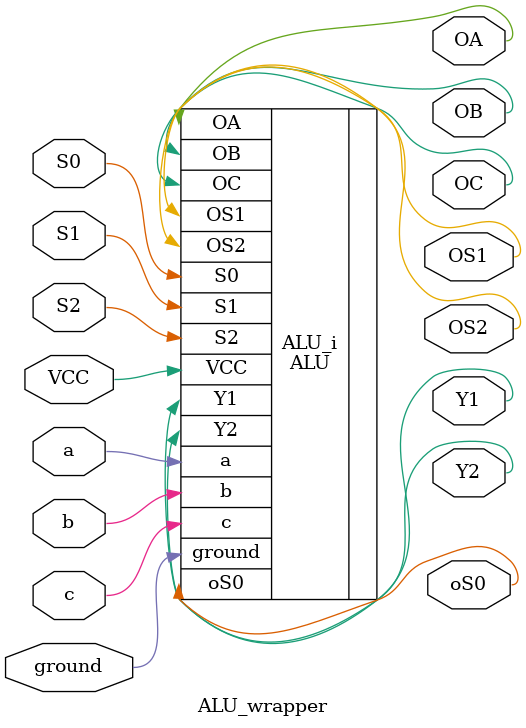
<source format=v>
`timescale 1 ps / 1 ps

module ALU_wrapper
   (OA,
    OB,
    OC,
    OS1,
    OS2,
    S0,
    S1,
    S2,
    VCC,
    Y1,
    Y2,
    a,
    b,
    c,
    ground,
    oS0);
  output OA;
  output OB;
  output OC;
  output OS1;
  output OS2;
  input S0;
  input S1;
  input S2;
  input VCC;
  output Y1;
  output Y2;
  input a;
  input b;
  input c;
  input ground;
  output oS0;

  wire OA;
  wire OB;
  wire OC;
  wire OS1;
  wire OS2;
  wire S0;
  wire S1;
  wire S2;
  wire VCC;
  wire Y1;
  wire Y2;
  wire a;
  wire b;
  wire c;
  wire ground;
  wire oS0;

  ALU ALU_i
       (.OA(OA),
        .OB(OB),
        .OC(OC),
        .OS1(OS1),
        .OS2(OS2),
        .S0(S0),
        .S1(S1),
        .S2(S2),
        .VCC(VCC),
        .Y1(Y1),
        .Y2(Y2),
        .a(a),
        .b(b),
        .c(c),
        .ground(ground),
        .oS0(oS0));
endmodule

</source>
